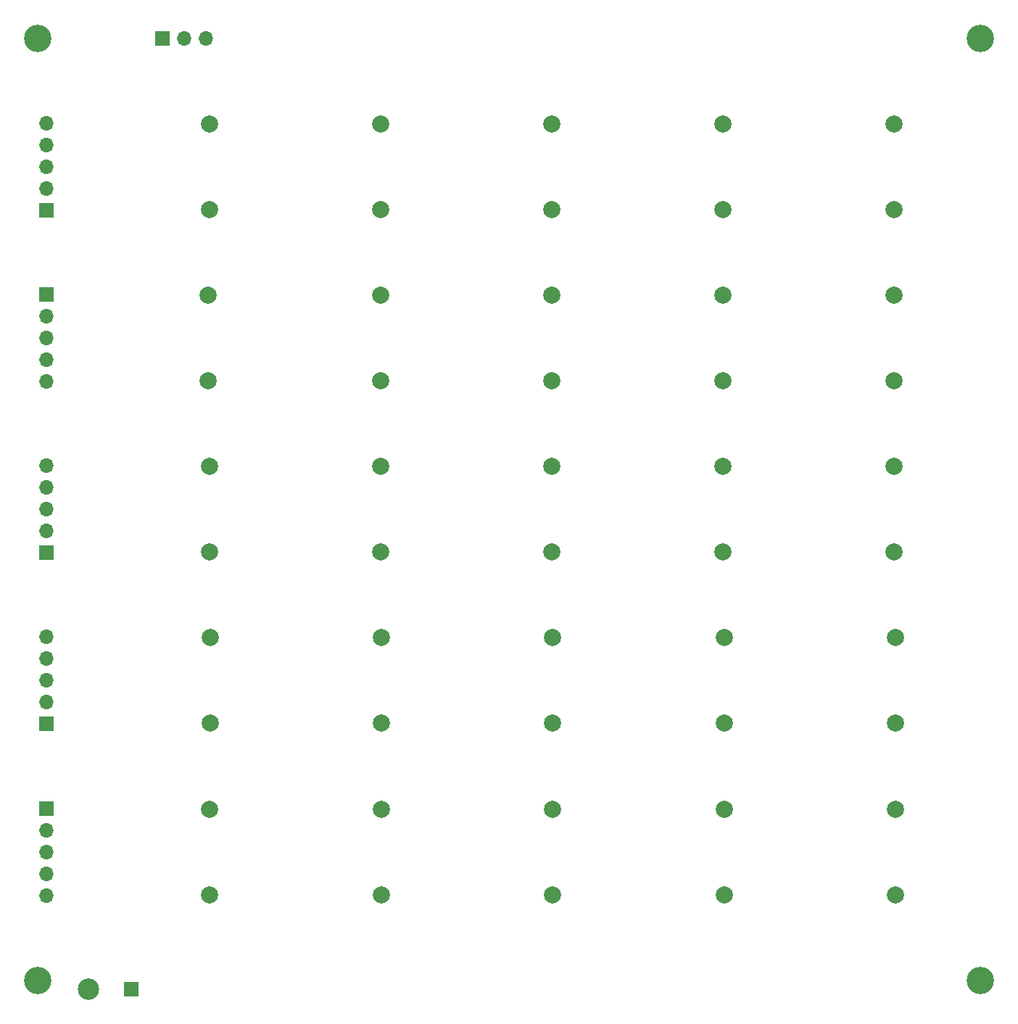
<source format=gbr>
%TF.GenerationSoftware,KiCad,Pcbnew,(6.0.4)*%
%TF.CreationDate,2022-05-01T19:30:29-04:00*%
%TF.ProjectId,ultrasonic,756c7472-6173-46f6-9e69-632e6b696361,rev?*%
%TF.SameCoordinates,Original*%
%TF.FileFunction,Soldermask,Bot*%
%TF.FilePolarity,Negative*%
%FSLAX46Y46*%
G04 Gerber Fmt 4.6, Leading zero omitted, Abs format (unit mm)*
G04 Created by KiCad (PCBNEW (6.0.4)) date 2022-05-01 19:30:29*
%MOMM*%
%LPD*%
G01*
G04 APERTURE LIST*
%ADD10C,3.200000*%
%ADD11R,1.700000X1.700000*%
%ADD12O,1.700000X1.700000*%
%ADD13C,2.500000*%
%ADD14C,2.000000*%
G04 APERTURE END LIST*
D10*
%TO.C,*%
X65000000Y-45000000D03*
%TD*%
%TO.C,*%
X175000000Y-45000000D03*
%TD*%
%TO.C,*%
X175000000Y-155000000D03*
%TD*%
%TO.C,REF\u002A\u002A*%
X65000000Y-155000000D03*
%TD*%
D11*
%TO.C,REF\u002A\u002A*%
X79500000Y-45000000D03*
D12*
X82040000Y-45000000D03*
X84580000Y-45000000D03*
%TD*%
D13*
%TO.C,REF\u002A\u002A*%
X70904762Y-156000000D03*
%TD*%
D11*
%TO.C,REF\u002A\u002A*%
X75904762Y-156000000D03*
%TD*%
D12*
%TO.C,REF\u002A\u002A*%
X66000000Y-145085000D03*
X66000000Y-142545000D03*
X66000000Y-140005000D03*
X66000000Y-137465000D03*
D11*
X66000000Y-134925000D03*
%TD*%
%TO.C,REF\u002A\u002A*%
X66000000Y-125075000D03*
D12*
X66000000Y-122535000D03*
X66000000Y-119995000D03*
X66000000Y-117455000D03*
X66000000Y-114915000D03*
%TD*%
%TO.C,REF\u002A\u002A*%
X66000000Y-94915000D03*
X66000000Y-97455000D03*
X66000000Y-99995000D03*
X66000000Y-102535000D03*
D11*
X66000000Y-105075000D03*
%TD*%
D12*
%TO.C,REF\u002A\u002A*%
X66000000Y-85085000D03*
X66000000Y-82545000D03*
X66000000Y-80005000D03*
X66000000Y-77465000D03*
D11*
X66000000Y-74925000D03*
%TD*%
D12*
%TO.C,REF\u002A\u002A*%
X66000000Y-54915000D03*
X66000000Y-57455000D03*
X66000000Y-59995000D03*
X66000000Y-62535000D03*
D11*
X66000000Y-65075000D03*
%TD*%
D14*
%TO.C,REF\u002A\u002A*%
X145121247Y-135000001D03*
X145121247Y-145000001D03*
%TD*%
%TO.C,REF\u002A\u002A*%
X145109876Y-124988630D03*
X145109876Y-114988630D03*
%TD*%
%TO.C,REF\u002A\u002A*%
X125121247Y-145000001D03*
X125121247Y-135000001D03*
%TD*%
%TO.C,REF\u002A\u002A*%
X85121247Y-125000001D03*
X85121247Y-115000001D03*
%TD*%
%TO.C,REF\u002A\u002A*%
X85000000Y-135000000D03*
X85000000Y-145000000D03*
%TD*%
%TO.C,REF\u002A\u002A*%
X105121247Y-135000001D03*
X105121247Y-145000001D03*
%TD*%
%TO.C,REF\u002A\u002A*%
X165121247Y-135000001D03*
X165121247Y-145000001D03*
%TD*%
%TO.C,REF\u002A\u002A*%
X105121247Y-125000001D03*
X105121247Y-115000001D03*
%TD*%
%TO.C,REF\u002A\u002A*%
X165121247Y-125000001D03*
X165121247Y-115000001D03*
%TD*%
%TO.C,REF\u002A\u002A*%
X125104191Y-114988630D03*
X125104191Y-124988630D03*
%TD*%
%TO.C,REF\u002A\u002A*%
X144988629Y-94988629D03*
X144988629Y-104988629D03*
%TD*%
%TO.C,REF\u002A\u002A*%
X105000000Y-95000000D03*
X105000000Y-105000000D03*
%TD*%
%TO.C,REF\u002A\u002A*%
X85000000Y-95000000D03*
X85000000Y-105000000D03*
%TD*%
%TO.C,REF\u002A\u002A*%
X124982944Y-104988629D03*
X124982944Y-94988629D03*
%TD*%
%TO.C,REF\u002A\u002A*%
X165000000Y-95000000D03*
X165000000Y-105000000D03*
%TD*%
%TO.C,REF\u002A\u002A*%
X124982944Y-54988629D03*
X124982944Y-64988629D03*
%TD*%
%TO.C,REF\u002A\u002A*%
X165000000Y-65000000D03*
X165000000Y-55000000D03*
%TD*%
%TO.C,REF\u002A\u002A*%
X144988629Y-64988629D03*
X144988629Y-54988629D03*
%TD*%
%TO.C,REF\u002A\u002A*%
X145000000Y-85000000D03*
X145000000Y-75000000D03*
%TD*%
%TO.C,REF\u002A\u002A*%
X125000000Y-75000000D03*
X125000000Y-85000000D03*
%TD*%
%TO.C,REF\u002A\u002A*%
X85000000Y-65000000D03*
X85000000Y-55000000D03*
%TD*%
%TO.C,REF\u002A\u002A*%
X105000000Y-85000000D03*
X105000000Y-75000000D03*
%TD*%
%TO.C,REF\u002A\u002A*%
X165000000Y-85000000D03*
X165000000Y-75000000D03*
%TD*%
%TO.C,REF\u002A\u002A*%
X105000000Y-65000000D03*
X105000000Y-55000000D03*
%TD*%
%TO.C,REF\u002A\u002A*%
X84878753Y-84999999D03*
X84878753Y-74999999D03*
%TD*%
M02*

</source>
